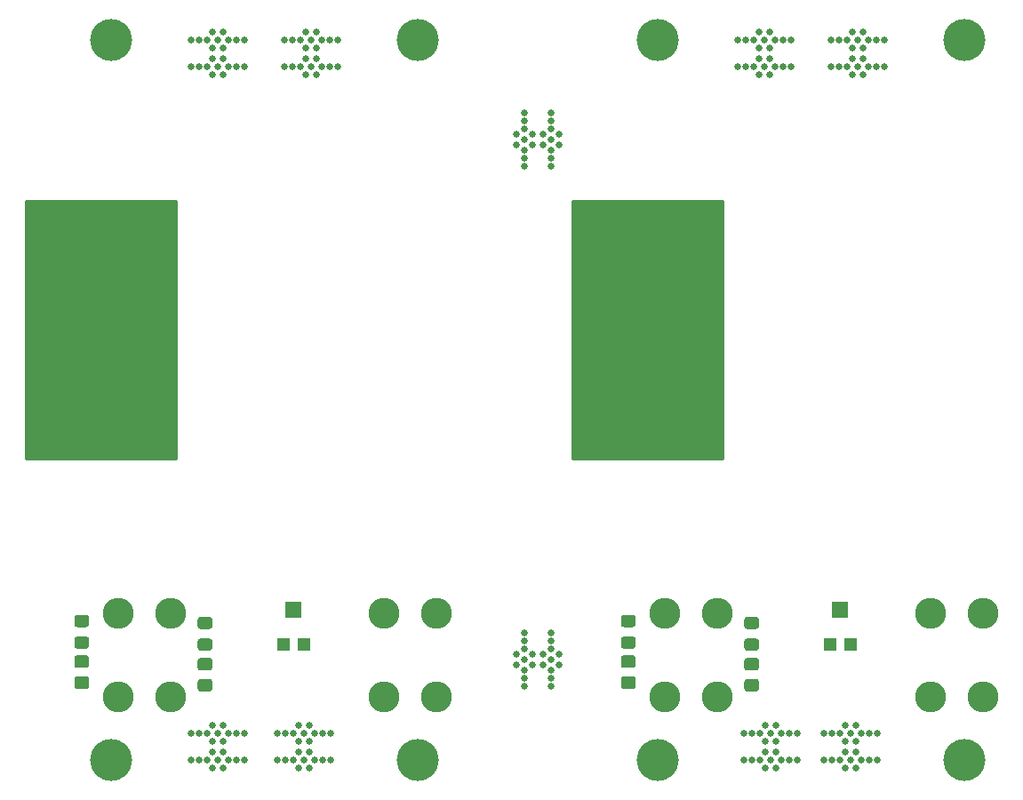
<source format=gbr>
%TF.GenerationSoftware,KiCad,Pcbnew,(5.1.9-0-10_14)*%
%TF.CreationDate,2021-02-28T00:18:14+08:00*%
%TF.ProjectId,panelized,70616e65-6c69-47a6-9564-2e6b69636164,rev?*%
%TF.SameCoordinates,Original*%
%TF.FileFunction,Soldermask,Bot*%
%TF.FilePolarity,Negative*%
%FSLAX46Y46*%
G04 Gerber Fmt 4.6, Leading zero omitted, Abs format (unit mm)*
G04 Created by KiCad (PCBNEW (5.1.9-0-10_14)) date 2021-02-28 00:18:14*
%MOMM*%
%LPD*%
G01*
G04 APERTURE LIST*
%ADD10C,0.650000*%
%ADD11C,4.000000*%
%ADD12C,2.950000*%
%ADD13R,1.200000X1.200000*%
%ADD14R,1.600000X1.500000*%
%ADD15C,0.254000*%
%ADD16C,0.100000*%
G04 APERTURE END LIST*
D10*
%TO.C,REF\u002A\u002A*%
X136525000Y-126365000D03*
X136525000Y-121285000D03*
X139065000Y-121285000D03*
X139065000Y-126365000D03*
X139065000Y-125603000D03*
X139065000Y-124841000D03*
X139065000Y-122047000D03*
X139065000Y-122809000D03*
X139065000Y-123825000D03*
X138303000Y-123317000D03*
X138303000Y-124333000D03*
X139827000Y-124333000D03*
X139827000Y-123317000D03*
X136525000Y-122047000D03*
X136525000Y-122809000D03*
X136525000Y-125603000D03*
X136525000Y-124841000D03*
X136525000Y-123825000D03*
X137287000Y-124333000D03*
X135763000Y-124333000D03*
X135763000Y-123317000D03*
X137287000Y-123317000D03*
%TD*%
%TO.C,REF\u002A\u002A*%
X137287000Y-73787000D03*
X135763000Y-73787000D03*
X135763000Y-74803000D03*
X137287000Y-74803000D03*
X136525000Y-74295000D03*
X136525000Y-75311000D03*
X136525000Y-76073000D03*
X136525000Y-73279000D03*
X136525000Y-72517000D03*
X139827000Y-73787000D03*
X139827000Y-74803000D03*
X138303000Y-74803000D03*
X138303000Y-73787000D03*
X139065000Y-74295000D03*
X139065000Y-73279000D03*
X139065000Y-72517000D03*
X139065000Y-75311000D03*
X139065000Y-76073000D03*
X139065000Y-76835000D03*
X139065000Y-71755000D03*
X136525000Y-71755000D03*
X136525000Y-76835000D03*
%TD*%
%TO.C,REF\u002A\u002A*%
X165735000Y-64770000D03*
X170815000Y-64770000D03*
X170815000Y-67310000D03*
X165735000Y-67310000D03*
X166497000Y-67310000D03*
X167259000Y-67310000D03*
X170053000Y-67310000D03*
X169291000Y-67310000D03*
X168275000Y-67310000D03*
X168783000Y-66548000D03*
X167767000Y-66548000D03*
X167767000Y-68072000D03*
X168783000Y-68072000D03*
X170053000Y-64770000D03*
X169291000Y-64770000D03*
X166497000Y-64770000D03*
X167259000Y-64770000D03*
X168275000Y-64770000D03*
X167767000Y-65532000D03*
X167767000Y-64008000D03*
X168783000Y-64008000D03*
X168783000Y-65532000D03*
%TD*%
%TO.C,REF\u002A\u002A*%
X156845000Y-64770000D03*
X161925000Y-64770000D03*
X161925000Y-67310000D03*
X156845000Y-67310000D03*
X157607000Y-67310000D03*
X158369000Y-67310000D03*
X161163000Y-67310000D03*
X160401000Y-67310000D03*
X159385000Y-67310000D03*
X159893000Y-66548000D03*
X158877000Y-66548000D03*
X158877000Y-68072000D03*
X159893000Y-68072000D03*
X161163000Y-64770000D03*
X160401000Y-64770000D03*
X157607000Y-64770000D03*
X158369000Y-64770000D03*
X159385000Y-64770000D03*
X158877000Y-65532000D03*
X158877000Y-64008000D03*
X159893000Y-64008000D03*
X159893000Y-65532000D03*
%TD*%
%TO.C,REF\u002A\u002A*%
X113665000Y-64770000D03*
X118745000Y-64770000D03*
X118745000Y-67310000D03*
X113665000Y-67310000D03*
X114427000Y-67310000D03*
X115189000Y-67310000D03*
X117983000Y-67310000D03*
X117221000Y-67310000D03*
X116205000Y-67310000D03*
X116713000Y-66548000D03*
X115697000Y-66548000D03*
X115697000Y-68072000D03*
X116713000Y-68072000D03*
X117983000Y-64770000D03*
X117221000Y-64770000D03*
X114427000Y-64770000D03*
X115189000Y-64770000D03*
X116205000Y-64770000D03*
X115697000Y-65532000D03*
X115697000Y-64008000D03*
X116713000Y-64008000D03*
X116713000Y-65532000D03*
%TD*%
%TO.C,REF\u002A\u002A*%
X104775000Y-64770000D03*
X109855000Y-64770000D03*
X109855000Y-67310000D03*
X104775000Y-67310000D03*
X105537000Y-67310000D03*
X106299000Y-67310000D03*
X109093000Y-67310000D03*
X108331000Y-67310000D03*
X107315000Y-67310000D03*
X107823000Y-66548000D03*
X106807000Y-66548000D03*
X106807000Y-68072000D03*
X107823000Y-68072000D03*
X109093000Y-64770000D03*
X108331000Y-64770000D03*
X105537000Y-64770000D03*
X106299000Y-64770000D03*
X107315000Y-64770000D03*
X106807000Y-65532000D03*
X106807000Y-64008000D03*
X107823000Y-64008000D03*
X107823000Y-65532000D03*
%TD*%
%TO.C,REF\u002A\u002A*%
X104775000Y-130810000D03*
X109855000Y-130810000D03*
X109855000Y-133350000D03*
X104775000Y-133350000D03*
X105537000Y-133350000D03*
X106299000Y-133350000D03*
X109093000Y-133350000D03*
X108331000Y-133350000D03*
X107315000Y-133350000D03*
X107823000Y-132588000D03*
X106807000Y-132588000D03*
X106807000Y-134112000D03*
X107823000Y-134112000D03*
X109093000Y-130810000D03*
X108331000Y-130810000D03*
X105537000Y-130810000D03*
X106299000Y-130810000D03*
X107315000Y-130810000D03*
X106807000Y-131572000D03*
X106807000Y-130048000D03*
X107823000Y-130048000D03*
X107823000Y-131572000D03*
%TD*%
%TO.C,REF\u002A\u002A*%
X113030000Y-130810000D03*
X118110000Y-130810000D03*
X118110000Y-133350000D03*
X113030000Y-133350000D03*
X113792000Y-133350000D03*
X114554000Y-133350000D03*
X117348000Y-133350000D03*
X116586000Y-133350000D03*
X115570000Y-133350000D03*
X116078000Y-132588000D03*
X115062000Y-132588000D03*
X115062000Y-134112000D03*
X116078000Y-134112000D03*
X117348000Y-130810000D03*
X116586000Y-130810000D03*
X113792000Y-130810000D03*
X114554000Y-130810000D03*
X115570000Y-130810000D03*
X115062000Y-131572000D03*
X115062000Y-130048000D03*
X116078000Y-130048000D03*
X116078000Y-131572000D03*
%TD*%
%TO.C,REF\u002A\u002A*%
X157480000Y-130810000D03*
X162560000Y-130810000D03*
X162560000Y-133350000D03*
X157480000Y-133350000D03*
X158242000Y-133350000D03*
X159004000Y-133350000D03*
X161798000Y-133350000D03*
X161036000Y-133350000D03*
X160020000Y-133350000D03*
X160528000Y-132588000D03*
X159512000Y-132588000D03*
X159512000Y-134112000D03*
X160528000Y-134112000D03*
X161798000Y-130810000D03*
X161036000Y-130810000D03*
X158242000Y-130810000D03*
X159004000Y-130810000D03*
X160020000Y-130810000D03*
X159512000Y-131572000D03*
X159512000Y-130048000D03*
X160528000Y-130048000D03*
X160528000Y-131572000D03*
%TD*%
%TO.C,REF\u002A\u002A*%
X168148000Y-131572000D03*
X168148000Y-130048000D03*
X167132000Y-130048000D03*
X167132000Y-131572000D03*
X167640000Y-130810000D03*
X166624000Y-130810000D03*
X165862000Y-130810000D03*
X168656000Y-130810000D03*
X169418000Y-130810000D03*
X168148000Y-134112000D03*
X167132000Y-134112000D03*
X167132000Y-132588000D03*
X168148000Y-132588000D03*
X167640000Y-133350000D03*
X168656000Y-133350000D03*
X169418000Y-133350000D03*
X166624000Y-133350000D03*
X165862000Y-133350000D03*
X165100000Y-133350000D03*
X170180000Y-133350000D03*
X170180000Y-130810000D03*
X165100000Y-130810000D03*
%TD*%
D11*
%TO.C,H4*%
X126365000Y-133350000D03*
%TD*%
%TO.C,H3*%
X97155000Y-133350000D03*
%TD*%
%TO.C,H2*%
X126365000Y-64770000D03*
%TD*%
%TO.C,H1*%
X97155000Y-64770000D03*
%TD*%
%TO.C,R6*%
G36*
G01*
X93911000Y-125384000D02*
X94811002Y-125384000D01*
G75*
G02*
X95061001Y-125633999I0J-249999D01*
G01*
X95061001Y-126334001D01*
G75*
G02*
X94811002Y-126584000I-249999J0D01*
G01*
X93911000Y-126584000D01*
G75*
G02*
X93661001Y-126334001I0J249999D01*
G01*
X93661001Y-125633999D01*
G75*
G02*
X93911000Y-125384000I249999J0D01*
G01*
G37*
G36*
G01*
X93911000Y-123384000D02*
X94811002Y-123384000D01*
G75*
G02*
X95061001Y-123633999I0J-249999D01*
G01*
X95061001Y-124334001D01*
G75*
G02*
X94811002Y-124584000I-249999J0D01*
G01*
X93911000Y-124584000D01*
G75*
G02*
X93661001Y-124334001I0J249999D01*
G01*
X93661001Y-123633999D01*
G75*
G02*
X93911000Y-123384000I249999J0D01*
G01*
G37*
%TD*%
%TO.C,D2*%
G36*
G01*
X94811001Y-120699000D02*
X93910999Y-120699000D01*
G75*
G02*
X93661000Y-120449001I0J249999D01*
G01*
X93661000Y-119798999D01*
G75*
G02*
X93910999Y-119549000I249999J0D01*
G01*
X94811001Y-119549000D01*
G75*
G02*
X95061000Y-119798999I0J-249999D01*
G01*
X95061000Y-120449001D01*
G75*
G02*
X94811001Y-120699000I-249999J0D01*
G01*
G37*
G36*
G01*
X94811001Y-122749000D02*
X93910999Y-122749000D01*
G75*
G02*
X93661000Y-122499001I0J249999D01*
G01*
X93661000Y-121848999D01*
G75*
G02*
X93910999Y-121599000I249999J0D01*
G01*
X94811001Y-121599000D01*
G75*
G02*
X95061000Y-121848999I0J-249999D01*
G01*
X95061000Y-122499001D01*
G75*
G02*
X94811001Y-122749000I-249999J0D01*
G01*
G37*
%TD*%
D12*
%TO.C,POWER_OUT1*%
X128190000Y-127380000D03*
X123190000Y-127380000D03*
X123190000Y-119380000D03*
X128190000Y-119380000D03*
%TD*%
%TO.C,POWER_IN1*%
X102870000Y-127380000D03*
X97870000Y-127380000D03*
X97870000Y-119380000D03*
X102870000Y-119380000D03*
%TD*%
D13*
%TO.C,RV1*%
X113554000Y-122323000D03*
D14*
X114554000Y-119023000D03*
D13*
X115554000Y-122323000D03*
%TD*%
%TO.C,R7*%
G36*
G01*
X105658499Y-125638000D02*
X106558501Y-125638000D01*
G75*
G02*
X106808500Y-125887999I0J-249999D01*
G01*
X106808500Y-126588001D01*
G75*
G02*
X106558501Y-126838000I-249999J0D01*
G01*
X105658499Y-126838000D01*
G75*
G02*
X105408500Y-126588001I0J249999D01*
G01*
X105408500Y-125887999D01*
G75*
G02*
X105658499Y-125638000I249999J0D01*
G01*
G37*
G36*
G01*
X105658499Y-123638000D02*
X106558501Y-123638000D01*
G75*
G02*
X106808500Y-123887999I0J-249999D01*
G01*
X106808500Y-124588001D01*
G75*
G02*
X106558501Y-124838000I-249999J0D01*
G01*
X105658499Y-124838000D01*
G75*
G02*
X105408500Y-124588001I0J249999D01*
G01*
X105408500Y-123887999D01*
G75*
G02*
X105658499Y-123638000I249999J0D01*
G01*
G37*
%TD*%
%TO.C,D1*%
G36*
G01*
X106558501Y-120882500D02*
X105658499Y-120882500D01*
G75*
G02*
X105408500Y-120632501I0J249999D01*
G01*
X105408500Y-119982499D01*
G75*
G02*
X105658499Y-119732500I249999J0D01*
G01*
X106558501Y-119732500D01*
G75*
G02*
X106808500Y-119982499I0J-249999D01*
G01*
X106808500Y-120632501D01*
G75*
G02*
X106558501Y-120882500I-249999J0D01*
G01*
G37*
G36*
G01*
X106558501Y-122932500D02*
X105658499Y-122932500D01*
G75*
G02*
X105408500Y-122682501I0J249999D01*
G01*
X105408500Y-122032499D01*
G75*
G02*
X105658499Y-121782500I249999J0D01*
G01*
X106558501Y-121782500D01*
G75*
G02*
X106808500Y-122032499I0J-249999D01*
G01*
X106808500Y-122682501D01*
G75*
G02*
X106558501Y-122932500I-249999J0D01*
G01*
G37*
%TD*%
D11*
%TO.C,H4*%
X178435000Y-133350000D03*
%TD*%
%TO.C,H3*%
X149225000Y-133350000D03*
%TD*%
%TO.C,H2*%
X178435000Y-64770000D03*
%TD*%
%TO.C,H1*%
X149225000Y-64770000D03*
%TD*%
%TO.C,R6*%
G36*
G01*
X145981000Y-125384000D02*
X146881002Y-125384000D01*
G75*
G02*
X147131001Y-125633999I0J-249999D01*
G01*
X147131001Y-126334001D01*
G75*
G02*
X146881002Y-126584000I-249999J0D01*
G01*
X145981000Y-126584000D01*
G75*
G02*
X145731001Y-126334001I0J249999D01*
G01*
X145731001Y-125633999D01*
G75*
G02*
X145981000Y-125384000I249999J0D01*
G01*
G37*
G36*
G01*
X145981000Y-123384000D02*
X146881002Y-123384000D01*
G75*
G02*
X147131001Y-123633999I0J-249999D01*
G01*
X147131001Y-124334001D01*
G75*
G02*
X146881002Y-124584000I-249999J0D01*
G01*
X145981000Y-124584000D01*
G75*
G02*
X145731001Y-124334001I0J249999D01*
G01*
X145731001Y-123633999D01*
G75*
G02*
X145981000Y-123384000I249999J0D01*
G01*
G37*
%TD*%
%TO.C,D2*%
G36*
G01*
X146881001Y-120699000D02*
X145980999Y-120699000D01*
G75*
G02*
X145731000Y-120449001I0J249999D01*
G01*
X145731000Y-119798999D01*
G75*
G02*
X145980999Y-119549000I249999J0D01*
G01*
X146881001Y-119549000D01*
G75*
G02*
X147131000Y-119798999I0J-249999D01*
G01*
X147131000Y-120449001D01*
G75*
G02*
X146881001Y-120699000I-249999J0D01*
G01*
G37*
G36*
G01*
X146881001Y-122749000D02*
X145980999Y-122749000D01*
G75*
G02*
X145731000Y-122499001I0J249999D01*
G01*
X145731000Y-121848999D01*
G75*
G02*
X145980999Y-121599000I249999J0D01*
G01*
X146881001Y-121599000D01*
G75*
G02*
X147131000Y-121848999I0J-249999D01*
G01*
X147131000Y-122499001D01*
G75*
G02*
X146881001Y-122749000I-249999J0D01*
G01*
G37*
%TD*%
D12*
%TO.C,POWER_OUT1*%
X180260000Y-127380000D03*
X175260000Y-127380000D03*
X175260000Y-119380000D03*
X180260000Y-119380000D03*
%TD*%
%TO.C,POWER_IN1*%
X154940000Y-127380000D03*
X149940000Y-127380000D03*
X149940000Y-119380000D03*
X154940000Y-119380000D03*
%TD*%
D13*
%TO.C,RV1*%
X165624000Y-122323000D03*
D14*
X166624000Y-119023000D03*
D13*
X167624000Y-122323000D03*
%TD*%
%TO.C,R7*%
G36*
G01*
X157728499Y-125638000D02*
X158628501Y-125638000D01*
G75*
G02*
X158878500Y-125887999I0J-249999D01*
G01*
X158878500Y-126588001D01*
G75*
G02*
X158628501Y-126838000I-249999J0D01*
G01*
X157728499Y-126838000D01*
G75*
G02*
X157478500Y-126588001I0J249999D01*
G01*
X157478500Y-125887999D01*
G75*
G02*
X157728499Y-125638000I249999J0D01*
G01*
G37*
G36*
G01*
X157728499Y-123638000D02*
X158628501Y-123638000D01*
G75*
G02*
X158878500Y-123887999I0J-249999D01*
G01*
X158878500Y-124588001D01*
G75*
G02*
X158628501Y-124838000I-249999J0D01*
G01*
X157728499Y-124838000D01*
G75*
G02*
X157478500Y-124588001I0J249999D01*
G01*
X157478500Y-123887999D01*
G75*
G02*
X157728499Y-123638000I249999J0D01*
G01*
G37*
%TD*%
%TO.C,D1*%
G36*
G01*
X158628501Y-120882500D02*
X157728499Y-120882500D01*
G75*
G02*
X157478500Y-120632501I0J249999D01*
G01*
X157478500Y-119982499D01*
G75*
G02*
X157728499Y-119732500I249999J0D01*
G01*
X158628501Y-119732500D01*
G75*
G02*
X158878500Y-119982499I0J-249999D01*
G01*
X158878500Y-120632501D01*
G75*
G02*
X158628501Y-120882500I-249999J0D01*
G01*
G37*
G36*
G01*
X158628501Y-122932500D02*
X157728499Y-122932500D01*
G75*
G02*
X157478500Y-122682501I0J249999D01*
G01*
X157478500Y-122032499D01*
G75*
G02*
X157728499Y-121782500I249999J0D01*
G01*
X158628501Y-121782500D01*
G75*
G02*
X158878500Y-122032499I0J-249999D01*
G01*
X158878500Y-122682501D01*
G75*
G02*
X158628501Y-122932500I-249999J0D01*
G01*
G37*
%TD*%
D15*
X103378000Y-104648000D02*
X89027000Y-104648000D01*
X89027000Y-80137000D01*
X103378000Y-80137000D01*
X103378000Y-104648000D01*
D16*
G36*
X103378000Y-104648000D02*
G01*
X89027000Y-104648000D01*
X89027000Y-80137000D01*
X103378000Y-80137000D01*
X103378000Y-104648000D01*
G37*
D15*
X155448000Y-104648000D02*
X141097000Y-104648000D01*
X141097000Y-80137000D01*
X155448000Y-80137000D01*
X155448000Y-104648000D01*
D16*
G36*
X155448000Y-104648000D02*
G01*
X141097000Y-104648000D01*
X141097000Y-80137000D01*
X155448000Y-80137000D01*
X155448000Y-104648000D01*
G37*
M02*

</source>
